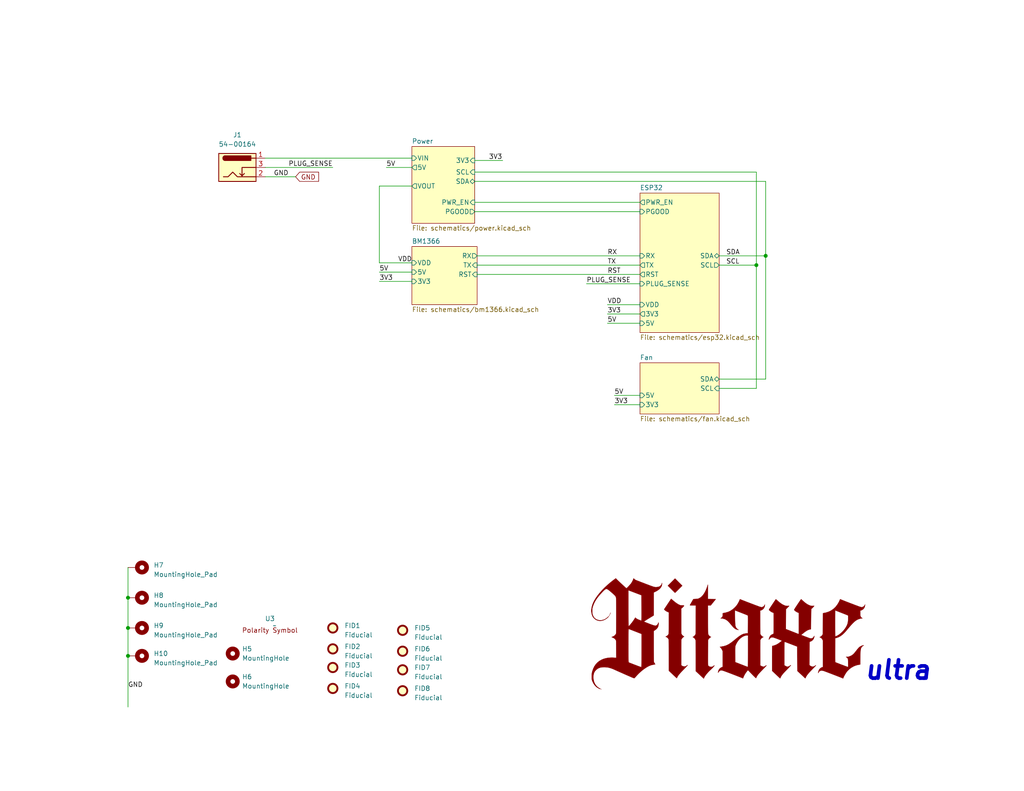
<source format=kicad_sch>
(kicad_sch (version 20230121) (generator eeschema)
  (paper "A")
  (title_block (title "BM1366 bitaxe") (date "2023-10-25") (rev "203"))
  (lib_symbols
    (symbol "Connector:Barrel_Jack_Switch" (pin_names hide)
      (property "Reference" "J" (at 0 5.334 0))
      (property "Value" "Barrel_Jack_Switch" (at 0 -5.08 0))
      (symbol "Barrel_Jack_Switch_1_1"
        (pin passive line (at 7.62 2.54 180) (length 2.54) (name "~") (number "1"))
        (pin passive line (at 7.62 -2.54 180) (length 2.54) (name "~") (number "2"))
        (pin passive line (at 7.62 0 180) (length 2.54) (name "~") (number "3"))
      )
    )
    (symbol "Mechanical:Fiducial"
      (property "Reference" "FID" (at 0 5.08 0))
      (property "Value" "Fiducial" (at 0 3.175 0))
    )
    (symbol "Mechanical:MountingHole" (pin_names (offset 1.016))
      (property "Reference" "H" (at 0 5.08 0))
      (property "Value" "MountingHole" (at 0 3.175 0))
    )
    (symbol "Mechanical:MountingHole_Pad" (pin_numbers hide) (pin_names (offset 1.016) hide)
      (property "Reference" "H" (at 0 6.35 0))
      (property "Value" "MountingHole_Pad" (at 0 4.445 0))
      (symbol "MountingHole_Pad_1_1"
        (pin input line (at 0 -2.54 90) (length 2.54) (name "1") (number "1"))
      )
    )
    (symbol "bitaxe:LOGO" (pin_names (offset 1.016)))
    (symbol "bitaxe:polarity" (in_bom no)
      (property "Reference" "U" (at 0 0 0))
      (symbol "polarity_1_1"
        (text "Polarity Symbol" (at -1.27 -1.27 0) (effects (font (size 1.27 1.27))))
      )
    )
  )
  (junction (at 208.915 69.85))
  (junction (at 34.925 179.07))
  (junction (at 34.925 171.45))
  (junction (at 206.375 72.39))
  (junction (at 34.925 163.195))
  (wire (pts (xy 129.54 46.99) (xy 206.375 46.99)))
  (wire (pts (xy 196.215 72.39) (xy 206.375 72.39)))
  (wire (pts (xy 105.41 45.72) (xy 112.395 45.72)))
  (wire (pts (xy 130.175 72.39) (xy 174.625 72.39)))
  (wire (pts (xy 165.735 88.265) (xy 174.625 88.265)))
  (wire (pts (xy 72.39 43.18) (xy 112.395 43.18)))
  (wire (pts (xy 72.39 48.26) (xy 80.645 48.26)))
  (wire (pts (xy 167.64 110.49) (xy 174.625 110.49)))
  (wire (pts (xy 160.02 77.47) (xy 174.625 77.47)))
  (wire (pts (xy 208.915 49.53) (xy 208.915 69.85)))
  (wire (pts (xy 129.54 49.53) (xy 208.915 49.53)))
  (wire (pts (xy 72.39 45.72) (xy 90.805 45.72)))
  (wire (pts (xy 165.735 83.185) (xy 174.625 83.185)))
  (wire (pts (xy 206.375 72.39) (xy 206.375 106.045)))
  (wire (pts (xy 206.375 46.99) (xy 206.375 72.39)))
  (wire (pts (xy 129.54 55.245) (xy 174.625 55.245)))
  (wire (pts (xy 196.215 69.85) (xy 208.915 69.85)))
  (wire (pts (xy 34.925 163.195) (xy 34.925 171.45)))
  (wire (pts (xy 103.505 76.835) (xy 112.395 76.835)))
  (wire (pts (xy 130.175 69.85) (xy 174.625 69.85)))
  (wire (pts (xy 196.215 103.505) (xy 208.915 103.505)))
  (wire (pts (xy 103.505 71.755) (xy 103.505 50.8)))
  (wire (pts (xy 196.215 106.045) (xy 206.375 106.045)))
  (wire (pts (xy 103.505 74.295) (xy 112.395 74.295)))
  (wire (pts (xy 208.915 103.505) (xy 208.915 69.85)))
  (wire (pts (xy 129.54 57.785) (xy 174.625 57.785)))
  (wire (pts (xy 167.64 107.95) (xy 174.625 107.95)))
  (wire (pts (xy 34.925 179.07) (xy 34.925 193.04)))
  (wire (pts (xy 34.925 154.94) (xy 34.925 163.195)))
  (wire (pts (xy 165.735 85.725) (xy 174.625 85.725)))
  (wire (pts (xy 112.395 71.755) (xy 103.505 71.755)))
  (wire (pts (xy 103.505 50.8) (xy 112.395 50.8)))
  (wire (pts (xy 130.175 74.93) (xy 174.625 74.93)))
  (wire (pts (xy 34.925 171.45) (xy 34.925 179.07)))
  (wire (pts (xy 129.54 43.815) (xy 137.16 43.815)))
  (text "ultra" (at 235.585 186.055 0) (effects (font (size 5 5) (thickness 1) bold italic) (justify left bottom)))
  (label "PLUG_SENSE" (at 90.805 45.72 180))
  (label "VDD" (at 165.735 83.185 0))
  (label "3V3" (at 103.505 76.835 0))
  (label "RST" (at 165.735 74.93 0))
  (label "VDD" (at 108.585 71.755 0))
  (label "5V" (at 105.41 45.72 0))
  (label "5V" (at 167.64 107.95 0))
  (label "SDA" (at 198.12 69.85 0))
  (label "GND" (at 34.925 187.96 0))
  (label "RX" (at 165.735 69.85 0))
  (label "3V3" (at 133.35 43.815 0))
  (label "3V3" (at 165.735 85.725 0))
  (label "SCL" (at 198.12 72.39 0))
  (label "5V" (at 165.735 88.265 0))
  (label "3V3" (at 167.64 110.49 0))
  (label "5V" (at 103.505 74.295 0))
  (label "GND" (at 78.74 48.26 180))
  (label "PLUG_SENSE" (at 160.02 77.47 0))
  (label "TX" (at 165.735 72.39 0))
  (global_label "GND" (shape input) (at 80.645 48.26 0) (property "Intersheetrefs" "${INTERSHEET_REFS}" (effects hide)))
  (symbol (lib_id "Mechanical:Fiducial") (at 90.805 177.165 0) (unit 1) (in_bom no)
    (property "Reference" "FID2" (at 93.98 176.53 0) (effects (justify left)))
    (property "Value" "Fiducial" (at 93.98 179.07 0) (effects (justify left)))
    (property "Footprint" "Fiducial:Fiducial_1mm_Mask2mm" (effects hide))
  )
  (symbol (lib_id "Mechanical:Fiducial") (at 90.805 182.245 0) (unit 1) (in_bom no)
    (property "Reference" "FID3" (at 93.98 181.61 0) (effects (justify left)))
    (property "Value" "Fiducial" (at 93.98 184.15 0) (effects (justify left)))
    (property "Footprint" "Fiducial:Fiducial_1mm_Mask2mm" (effects hide))
  )
  (symbol (lib_id "Mechanical:Fiducial") (at 90.805 187.96 0) (unit 1) (in_bom no)
    (property "Reference" "FID4" (at 93.98 187.325 0) (effects (justify left)))
    (property "Value" "Fiducial" (at 93.98 189.865 0) (effects (justify left)))
    (property "Footprint" "Fiducial:Fiducial_1mm_Mask2mm" (effects hide))
  )
  (symbol (lib_id "Mechanical:Fiducial") (at 109.855 177.8 0) (unit 1) (in_bom no)
    (property "Reference" "FID6" (at 113.03 177.165 0) (effects (justify left)))
    (property "Value" "Fiducial" (at 113.03 179.705 0) (effects (justify left)))
    (property "Footprint" "Fiducial:Fiducial_1mm_Mask2mm" (effects hide))
  )
  (symbol (lib_id "Connector:Barrel_Jack_Switch") (at 64.77 45.72 0) (unit 1)
    (property "Reference" "J1" (at 64.77 36.83 0))
    (property "Value" "54-00164" (at 64.77 39.37 0))
    (property "Footprint" "bitaxe:BarrelJack_Wuerth_694106106102_2.0x5.5mm" (effects hide))
    (property "Datasheet" "https://tensility.s3.amazonaws.com/uploads/pdffiles/54-00164.pdf?X-Amz-Expires=600&X-Amz-Date=20231120T033415Z&X-Amz-Algorithm=AWS4-HMAC-SHA256&X-Amz-Credential=AKIAIS2S4WRDQDSWDRZQ%2F20231120%2Fus-west-2%2Fs3%2Faws4_request&X-Amz-SignedHeaders=host&X-Amz-Signature=0ec7ce6b9e4957ccc83a05eb1138fede41cc8592648d2aac3c65914c1c151ca7" (effects hide))
    (property "DK" "839-54-00164CT-ND" (effects hide))
    (property "PARTNO" "54-00164" (effects hide))
  )
  (symbol (lib_id "Mechanical:MountingHole_Pad") (at 37.465 154.94 270) (unit 1) (in_bom no)
    (property "Reference" "H7" (at 41.91 154.305 90) (effects (justify left)))
    (property "Value" "MountingHole_Pad" (at 41.91 156.845 90) (effects (justify left)))
    (property "Footprint" "MountingHole:MountingHole_3mm_Pad_Via" (effects hide))
  )
  (symbol (lib_id "Mechanical:Fiducial") (at 90.805 171.45 0) (unit 1) (in_bom no)
    (property "Reference" "FID1" (at 93.98 170.815 0) (effects (justify left)))
    (property "Value" "Fiducial" (at 93.98 173.355 0) (effects (justify left)))
    (property "Footprint" "Fiducial:Fiducial_1mm_Mask2mm" (effects hide))
  )
  (symbol (lib_id "Mechanical:Fiducial") (at 109.855 188.595 0) (unit 1) (in_bom no)
    (property "Reference" "FID8" (at 113.03 187.96 0) (effects (justify left)))
    (property "Value" "Fiducial" (at 113.03 190.5 0) (effects (justify left)))
    (property "Footprint" "Fiducial:Fiducial_1mm_Mask2mm" (effects hide))
  )
  (symbol (lib_id "Mechanical:Fiducial") (at 109.855 172.085 0) (unit 1) (in_bom no)
    (property "Reference" "FID5" (at 113.03 171.45 0) (effects (justify left)))
    (property "Value" "Fiducial" (at 113.03 173.99 0) (effects (justify left)))
    (property "Footprint" "Fiducial:Fiducial_1mm_Mask2mm" (effects hide))
  )
  (symbol (lib_id "Mechanical:MountingHole") (at 63.5 186.055 0) (unit 1) (in_bom no)
    (property "Reference" "H6" (at 66.04 184.7849 0) (effects (justify left)))
    (property "Value" "MountingHole" (at 66.04 187.3249 0) (effects (justify left)))
    (property "Footprint" "MountingHole:MountingHole_3.5mm" (effects hide))
  )
  (symbol (lib_id "Mechanical:Fiducial") (at 109.855 182.88 0) (unit 1) (in_bom no)
    (property "Reference" "FID7" (at 113.03 182.245 0) (effects (justify left)))
    (property "Value" "Fiducial" (at 113.03 184.785 0) (effects (justify left)))
    (property "Footprint" "Fiducial:Fiducial_1mm_Mask2mm" (effects hide))
  )
  (symbol (lib_id "Mechanical:MountingHole") (at 63.5 178.435 0) (unit 1) (in_bom no)
    (property "Reference" "H5" (at 66.04 177.1649 0) (effects (justify left)))
    (property "Value" "MountingHole" (at 66.04 179.7049 0) (effects (justify left)))
    (property "Footprint" "MountingHole:MountingHole_3.5mm" (effects hide))
  )
  (symbol (lib_id "Mechanical:MountingHole_Pad") (at 37.465 171.45 270) (unit 1) (in_bom no)
    (property "Reference" "H9" (at 41.91 170.815 90) (effects (justify left)))
    (property "Value" "MountingHole_Pad" (at 41.91 173.355 90) (effects (justify left)))
    (property "Footprint" "MountingHole:MountingHole_3mm_Pad_Via" (effects hide))
  )
  (symbol (lib_id "Mechanical:MountingHole_Pad") (at 37.465 163.195 270) (unit 1) (in_bom no)
    (property "Reference" "H8" (at 41.91 162.56 90) (effects (justify left)))
    (property "Value" "MountingHole_Pad" (at 41.91 165.1 90) (effects (justify left)))
    (property "Footprint" "MountingHole:MountingHole_3mm_Pad_Via" (effects hide))
  )
  (symbol (lib_id "Mechanical:MountingHole_Pad") (at 37.465 179.07 270) (unit 1) (in_bom no)
    (property "Reference" "H10" (at 41.91 178.435 90) (effects (justify left)))
    (property "Value" "MountingHole_Pad" (at 41.91 180.975 90) (effects (justify left)))
    (property "Footprint" "MountingHole:MountingHole_3mm_Pad_Via" (effects hide))
  )
  (symbol (lib_id "bitaxe:LOGO") (at 197.485 173.99 0) (unit 1)
    (property "Reference" "#G1" (effects hide))
    (property "Value" "LOGO" (effects hide))
  )
  (symbol (lib_id "bitaxe:polarity") (at 74.93 170.815 0) (unit 1) (in_bom no)
    (property "Reference" "U3" (at 73.66 168.91 0))
    (property "Value" "~" (at 74.93 170.815 0))
    (property "Footprint" "bitaxe:polarity" (effects hide))
  )
  (sheet (at 112.395 67.31) (size 17.78 15.875) (stroke (width 0.1524)) (fill (color 255 255 194 1.0000))
    (property "Sheetname" "BM1366" (at 112.395 66.5984 0) (effects (justify left bottom)))
    (property "Sheetfile" "schematics/bm1366.kicad_sch" (at 112.395 83.7696 0) (effects (justify left top)))
    (pin "TX" input (at 130.175 72.39 0))
    (pin "RX" output (at 130.175 69.85 0))
    (pin "RST" input (at 130.175 74.93 0))
    (pin "3V3" input (at 112.395 76.835 180))
    (pin "5V" input (at 112.395 74.295 180))
    (pin "VDD" input (at 112.395 71.755 180))
  )
  (sheet (at 174.625 99.06) (size 21.59 13.97) (stroke (width 0.1524)) (fill (color 255 255 194 1.0000))
    (property "Sheetname" "Fan" (at 174.625 98.3484 0) (effects (justify left bottom)))
    (property "Sheetfile" "schematics/fan.kicad_sch" (at 174.625 113.6146 0) (effects (justify left top)))
    (pin "SDA" bidirectional (at 196.215 103.505 0))
    (pin "SCL" input (at 196.215 106.045 0))
    (pin "5V" input (at 174.625 107.95 180))
    (pin "3V3" input (at 174.625 110.49 180))
  )
  (sheet (at 112.395 40.005) (size 17.145 20.955) (stroke (width 0.1524)) (fill (color 255 255 194 1.0000))
    (property "Sheetname" "Power" (at 112.395 39.2934 0) (effects (justify left bottom)))
    (property "Sheetfile" "schematics/power.kicad_sch" (at 112.395 61.5446 0) (effects (justify left top)))
    (pin "VOUT" output (at 112.395 50.8 180))
    (pin "VIN" input (at 112.395 43.18 180))
    (pin "SCL" input (at 129.54 46.99 0))
    (pin "SDA" bidirectional (at 129.54 49.53 0))
    (pin "5V" output (at 112.395 45.72 180))
    (pin "3V3" input (at 129.54 43.815 0))
    (pin "PGOOD" output (at 129.54 57.785 0))
    (pin "PWR_EN" input (at 129.54 55.245 0))
  )
  (sheet (at 174.625 52.705) (size 21.59 38.1) (stroke (width 0.1524)) (fill (color 255 255 194 1.0000))
    (property "Sheetname" "ESP32" (at 174.625 51.9934 0) (effects (justify left bottom)))
    (property "Sheetfile" "schematics/esp32.kicad_sch" (at 174.625 91.3896 0) (effects (justify left top)))
    (pin "SDA" bidirectional (at 196.215 69.85 0))
    (pin "SCL" output (at 196.215 72.39 0))
    (pin "RX" input (at 174.625 69.85 180))
    (pin "TX" output (at 174.625 72.39 180))
    (pin "RST" output (at 174.625 74.93 180))
    (pin "5V" input (at 174.625 88.265 180))
    (pin "3V3" output (at 174.625 85.725 180))
    (pin "PGOOD" input (at 174.625 57.785 180))
    (pin "VDD" input (at 174.625 83.185 180))
    (pin "PWR_EN" output (at 174.625 55.245 180))
    (pin "PLUG_SENSE" input (at 174.625 77.47 180))
  )
)
</source>
